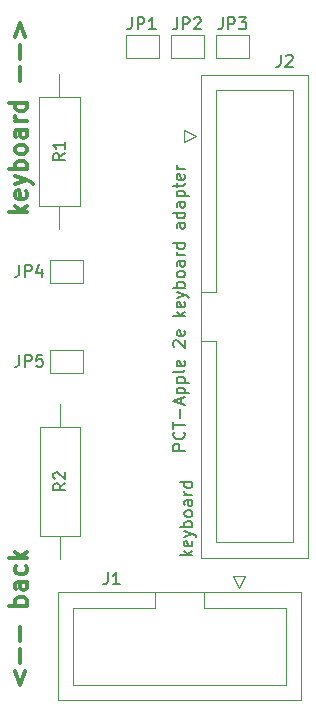
<source format=gbr>
%TF.GenerationSoftware,KiCad,Pcbnew,7.0.8*%
%TF.CreationDate,2024-12-22T17:31:23+01:00*%
%TF.ProjectId,pctransporter,70637472-616e-4737-906f-727465722e6b,rev?*%
%TF.SameCoordinates,Original*%
%TF.FileFunction,Legend,Top*%
%TF.FilePolarity,Positive*%
%FSLAX46Y46*%
G04 Gerber Fmt 4.6, Leading zero omitted, Abs format (unit mm)*
G04 Created by KiCad (PCBNEW 7.0.8) date 2024-12-22 17:31:23*
%MOMM*%
%LPD*%
G01*
G04 APERTURE LIST*
%ADD10C,0.300000*%
%ADD11C,0.150000*%
%ADD12C,0.120000*%
G04 APERTURE END LIST*
D10*
X29010828Y-41990489D02*
X27510828Y-41990489D01*
X28439400Y-41847632D02*
X29010828Y-41419060D01*
X28010828Y-41419060D02*
X28582257Y-41990489D01*
X28939400Y-40204774D02*
X29010828Y-40347631D01*
X29010828Y-40347631D02*
X29010828Y-40633346D01*
X29010828Y-40633346D02*
X28939400Y-40776203D01*
X28939400Y-40776203D02*
X28796542Y-40847631D01*
X28796542Y-40847631D02*
X28225114Y-40847631D01*
X28225114Y-40847631D02*
X28082257Y-40776203D01*
X28082257Y-40776203D02*
X28010828Y-40633346D01*
X28010828Y-40633346D02*
X28010828Y-40347631D01*
X28010828Y-40347631D02*
X28082257Y-40204774D01*
X28082257Y-40204774D02*
X28225114Y-40133346D01*
X28225114Y-40133346D02*
X28367971Y-40133346D01*
X28367971Y-40133346D02*
X28510828Y-40847631D01*
X28010828Y-39633346D02*
X29010828Y-39276203D01*
X28010828Y-38919060D02*
X29010828Y-39276203D01*
X29010828Y-39276203D02*
X29367971Y-39419060D01*
X29367971Y-39419060D02*
X29439400Y-39490489D01*
X29439400Y-39490489D02*
X29510828Y-39633346D01*
X29010828Y-38347632D02*
X27510828Y-38347632D01*
X28082257Y-38347632D02*
X28010828Y-38204775D01*
X28010828Y-38204775D02*
X28010828Y-37919060D01*
X28010828Y-37919060D02*
X28082257Y-37776203D01*
X28082257Y-37776203D02*
X28153685Y-37704775D01*
X28153685Y-37704775D02*
X28296542Y-37633346D01*
X28296542Y-37633346D02*
X28725114Y-37633346D01*
X28725114Y-37633346D02*
X28867971Y-37704775D01*
X28867971Y-37704775D02*
X28939400Y-37776203D01*
X28939400Y-37776203D02*
X29010828Y-37919060D01*
X29010828Y-37919060D02*
X29010828Y-38204775D01*
X29010828Y-38204775D02*
X28939400Y-38347632D01*
X29010828Y-36776203D02*
X28939400Y-36919060D01*
X28939400Y-36919060D02*
X28867971Y-36990489D01*
X28867971Y-36990489D02*
X28725114Y-37061917D01*
X28725114Y-37061917D02*
X28296542Y-37061917D01*
X28296542Y-37061917D02*
X28153685Y-36990489D01*
X28153685Y-36990489D02*
X28082257Y-36919060D01*
X28082257Y-36919060D02*
X28010828Y-36776203D01*
X28010828Y-36776203D02*
X28010828Y-36561917D01*
X28010828Y-36561917D02*
X28082257Y-36419060D01*
X28082257Y-36419060D02*
X28153685Y-36347632D01*
X28153685Y-36347632D02*
X28296542Y-36276203D01*
X28296542Y-36276203D02*
X28725114Y-36276203D01*
X28725114Y-36276203D02*
X28867971Y-36347632D01*
X28867971Y-36347632D02*
X28939400Y-36419060D01*
X28939400Y-36419060D02*
X29010828Y-36561917D01*
X29010828Y-36561917D02*
X29010828Y-36776203D01*
X29010828Y-34990489D02*
X28225114Y-34990489D01*
X28225114Y-34990489D02*
X28082257Y-35061917D01*
X28082257Y-35061917D02*
X28010828Y-35204774D01*
X28010828Y-35204774D02*
X28010828Y-35490489D01*
X28010828Y-35490489D02*
X28082257Y-35633346D01*
X28939400Y-34990489D02*
X29010828Y-35133346D01*
X29010828Y-35133346D02*
X29010828Y-35490489D01*
X29010828Y-35490489D02*
X28939400Y-35633346D01*
X28939400Y-35633346D02*
X28796542Y-35704774D01*
X28796542Y-35704774D02*
X28653685Y-35704774D01*
X28653685Y-35704774D02*
X28510828Y-35633346D01*
X28510828Y-35633346D02*
X28439400Y-35490489D01*
X28439400Y-35490489D02*
X28439400Y-35133346D01*
X28439400Y-35133346D02*
X28367971Y-34990489D01*
X29010828Y-34276203D02*
X28010828Y-34276203D01*
X28296542Y-34276203D02*
X28153685Y-34204774D01*
X28153685Y-34204774D02*
X28082257Y-34133346D01*
X28082257Y-34133346D02*
X28010828Y-33990488D01*
X28010828Y-33990488D02*
X28010828Y-33847631D01*
X29010828Y-32704775D02*
X27510828Y-32704775D01*
X28939400Y-32704775D02*
X29010828Y-32847632D01*
X29010828Y-32847632D02*
X29010828Y-33133346D01*
X29010828Y-33133346D02*
X28939400Y-33276203D01*
X28939400Y-33276203D02*
X28867971Y-33347632D01*
X28867971Y-33347632D02*
X28725114Y-33419060D01*
X28725114Y-33419060D02*
X28296542Y-33419060D01*
X28296542Y-33419060D02*
X28153685Y-33347632D01*
X28153685Y-33347632D02*
X28082257Y-33276203D01*
X28082257Y-33276203D02*
X28010828Y-33133346D01*
X28010828Y-33133346D02*
X28010828Y-32847632D01*
X28010828Y-32847632D02*
X28082257Y-32704775D01*
X28439400Y-30847632D02*
X28439400Y-29704775D01*
X28439400Y-28990489D02*
X28439400Y-27847632D01*
X28010828Y-27133346D02*
X28439400Y-25990489D01*
X28439400Y-25990489D02*
X28867971Y-27133346D01*
X28010828Y-80852632D02*
X28439400Y-81995489D01*
X28439400Y-81995489D02*
X28867971Y-80852632D01*
X28439400Y-80138346D02*
X28439400Y-78995489D01*
X28439400Y-78281203D02*
X28439400Y-77138346D01*
X29010828Y-75281203D02*
X27510828Y-75281203D01*
X28082257Y-75281203D02*
X28010828Y-75138346D01*
X28010828Y-75138346D02*
X28010828Y-74852631D01*
X28010828Y-74852631D02*
X28082257Y-74709774D01*
X28082257Y-74709774D02*
X28153685Y-74638346D01*
X28153685Y-74638346D02*
X28296542Y-74566917D01*
X28296542Y-74566917D02*
X28725114Y-74566917D01*
X28725114Y-74566917D02*
X28867971Y-74638346D01*
X28867971Y-74638346D02*
X28939400Y-74709774D01*
X28939400Y-74709774D02*
X29010828Y-74852631D01*
X29010828Y-74852631D02*
X29010828Y-75138346D01*
X29010828Y-75138346D02*
X28939400Y-75281203D01*
X29010828Y-73281203D02*
X28225114Y-73281203D01*
X28225114Y-73281203D02*
X28082257Y-73352631D01*
X28082257Y-73352631D02*
X28010828Y-73495488D01*
X28010828Y-73495488D02*
X28010828Y-73781203D01*
X28010828Y-73781203D02*
X28082257Y-73924060D01*
X28939400Y-73281203D02*
X29010828Y-73424060D01*
X29010828Y-73424060D02*
X29010828Y-73781203D01*
X29010828Y-73781203D02*
X28939400Y-73924060D01*
X28939400Y-73924060D02*
X28796542Y-73995488D01*
X28796542Y-73995488D02*
X28653685Y-73995488D01*
X28653685Y-73995488D02*
X28510828Y-73924060D01*
X28510828Y-73924060D02*
X28439400Y-73781203D01*
X28439400Y-73781203D02*
X28439400Y-73424060D01*
X28439400Y-73424060D02*
X28367971Y-73281203D01*
X28939400Y-71924060D02*
X29010828Y-72066917D01*
X29010828Y-72066917D02*
X29010828Y-72352631D01*
X29010828Y-72352631D02*
X28939400Y-72495488D01*
X28939400Y-72495488D02*
X28867971Y-72566917D01*
X28867971Y-72566917D02*
X28725114Y-72638345D01*
X28725114Y-72638345D02*
X28296542Y-72638345D01*
X28296542Y-72638345D02*
X28153685Y-72566917D01*
X28153685Y-72566917D02*
X28082257Y-72495488D01*
X28082257Y-72495488D02*
X28010828Y-72352631D01*
X28010828Y-72352631D02*
X28010828Y-72066917D01*
X28010828Y-72066917D02*
X28082257Y-71924060D01*
X29010828Y-71281203D02*
X27510828Y-71281203D01*
X28439400Y-71138346D02*
X29010828Y-70709774D01*
X28010828Y-70709774D02*
X28582257Y-71281203D01*
D11*
X32204819Y-36991666D02*
X31728628Y-37324999D01*
X32204819Y-37563094D02*
X31204819Y-37563094D01*
X31204819Y-37563094D02*
X31204819Y-37182142D01*
X31204819Y-37182142D02*
X31252438Y-37086904D01*
X31252438Y-37086904D02*
X31300057Y-37039285D01*
X31300057Y-37039285D02*
X31395295Y-36991666D01*
X31395295Y-36991666D02*
X31538152Y-36991666D01*
X31538152Y-36991666D02*
X31633390Y-37039285D01*
X31633390Y-37039285D02*
X31681009Y-37086904D01*
X31681009Y-37086904D02*
X31728628Y-37182142D01*
X31728628Y-37182142D02*
X31728628Y-37563094D01*
X32204819Y-36039285D02*
X32204819Y-36610713D01*
X32204819Y-36324999D02*
X31204819Y-36324999D01*
X31204819Y-36324999D02*
X31347676Y-36420237D01*
X31347676Y-36420237D02*
X31442914Y-36515475D01*
X31442914Y-36515475D02*
X31490533Y-36610713D01*
X35861666Y-72479819D02*
X35861666Y-73194104D01*
X35861666Y-73194104D02*
X35814047Y-73336961D01*
X35814047Y-73336961D02*
X35718809Y-73432200D01*
X35718809Y-73432200D02*
X35575952Y-73479819D01*
X35575952Y-73479819D02*
X35480714Y-73479819D01*
X36861666Y-73479819D02*
X36290238Y-73479819D01*
X36575952Y-73479819D02*
X36575952Y-72479819D01*
X36575952Y-72479819D02*
X36480714Y-72622676D01*
X36480714Y-72622676D02*
X36385476Y-72717914D01*
X36385476Y-72717914D02*
X36290238Y-72765533D01*
X42364819Y-62165001D02*
X41364819Y-62165001D01*
X41364819Y-62165001D02*
X41364819Y-61784049D01*
X41364819Y-61784049D02*
X41412438Y-61688811D01*
X41412438Y-61688811D02*
X41460057Y-61641192D01*
X41460057Y-61641192D02*
X41555295Y-61593573D01*
X41555295Y-61593573D02*
X41698152Y-61593573D01*
X41698152Y-61593573D02*
X41793390Y-61641192D01*
X41793390Y-61641192D02*
X41841009Y-61688811D01*
X41841009Y-61688811D02*
X41888628Y-61784049D01*
X41888628Y-61784049D02*
X41888628Y-62165001D01*
X42269580Y-60593573D02*
X42317200Y-60641192D01*
X42317200Y-60641192D02*
X42364819Y-60784049D01*
X42364819Y-60784049D02*
X42364819Y-60879287D01*
X42364819Y-60879287D02*
X42317200Y-61022144D01*
X42317200Y-61022144D02*
X42221961Y-61117382D01*
X42221961Y-61117382D02*
X42126723Y-61165001D01*
X42126723Y-61165001D02*
X41936247Y-61212620D01*
X41936247Y-61212620D02*
X41793390Y-61212620D01*
X41793390Y-61212620D02*
X41602914Y-61165001D01*
X41602914Y-61165001D02*
X41507676Y-61117382D01*
X41507676Y-61117382D02*
X41412438Y-61022144D01*
X41412438Y-61022144D02*
X41364819Y-60879287D01*
X41364819Y-60879287D02*
X41364819Y-60784049D01*
X41364819Y-60784049D02*
X41412438Y-60641192D01*
X41412438Y-60641192D02*
X41460057Y-60593573D01*
X41364819Y-60307858D02*
X41364819Y-59736430D01*
X42364819Y-60022144D02*
X41364819Y-60022144D01*
X41983866Y-59403096D02*
X41983866Y-58641192D01*
X42079104Y-58212620D02*
X42079104Y-57736430D01*
X42364819Y-58307858D02*
X41364819Y-57974525D01*
X41364819Y-57974525D02*
X42364819Y-57641192D01*
X41698152Y-57307858D02*
X42698152Y-57307858D01*
X41745771Y-57307858D02*
X41698152Y-57212620D01*
X41698152Y-57212620D02*
X41698152Y-57022144D01*
X41698152Y-57022144D02*
X41745771Y-56926906D01*
X41745771Y-56926906D02*
X41793390Y-56879287D01*
X41793390Y-56879287D02*
X41888628Y-56831668D01*
X41888628Y-56831668D02*
X42174342Y-56831668D01*
X42174342Y-56831668D02*
X42269580Y-56879287D01*
X42269580Y-56879287D02*
X42317200Y-56926906D01*
X42317200Y-56926906D02*
X42364819Y-57022144D01*
X42364819Y-57022144D02*
X42364819Y-57212620D01*
X42364819Y-57212620D02*
X42317200Y-57307858D01*
X41698152Y-56403096D02*
X42698152Y-56403096D01*
X41745771Y-56403096D02*
X41698152Y-56307858D01*
X41698152Y-56307858D02*
X41698152Y-56117382D01*
X41698152Y-56117382D02*
X41745771Y-56022144D01*
X41745771Y-56022144D02*
X41793390Y-55974525D01*
X41793390Y-55974525D02*
X41888628Y-55926906D01*
X41888628Y-55926906D02*
X42174342Y-55926906D01*
X42174342Y-55926906D02*
X42269580Y-55974525D01*
X42269580Y-55974525D02*
X42317200Y-56022144D01*
X42317200Y-56022144D02*
X42364819Y-56117382D01*
X42364819Y-56117382D02*
X42364819Y-56307858D01*
X42364819Y-56307858D02*
X42317200Y-56403096D01*
X42364819Y-55355477D02*
X42317200Y-55450715D01*
X42317200Y-55450715D02*
X42221961Y-55498334D01*
X42221961Y-55498334D02*
X41364819Y-55498334D01*
X42317200Y-54593572D02*
X42364819Y-54688810D01*
X42364819Y-54688810D02*
X42364819Y-54879286D01*
X42364819Y-54879286D02*
X42317200Y-54974524D01*
X42317200Y-54974524D02*
X42221961Y-55022143D01*
X42221961Y-55022143D02*
X41841009Y-55022143D01*
X41841009Y-55022143D02*
X41745771Y-54974524D01*
X41745771Y-54974524D02*
X41698152Y-54879286D01*
X41698152Y-54879286D02*
X41698152Y-54688810D01*
X41698152Y-54688810D02*
X41745771Y-54593572D01*
X41745771Y-54593572D02*
X41841009Y-54545953D01*
X41841009Y-54545953D02*
X41936247Y-54545953D01*
X41936247Y-54545953D02*
X42031485Y-55022143D01*
X41460057Y-53403095D02*
X41412438Y-53355476D01*
X41412438Y-53355476D02*
X41364819Y-53260238D01*
X41364819Y-53260238D02*
X41364819Y-53022143D01*
X41364819Y-53022143D02*
X41412438Y-52926905D01*
X41412438Y-52926905D02*
X41460057Y-52879286D01*
X41460057Y-52879286D02*
X41555295Y-52831667D01*
X41555295Y-52831667D02*
X41650533Y-52831667D01*
X41650533Y-52831667D02*
X41793390Y-52879286D01*
X41793390Y-52879286D02*
X42364819Y-53450714D01*
X42364819Y-53450714D02*
X42364819Y-52831667D01*
X42317200Y-52022143D02*
X42364819Y-52117381D01*
X42364819Y-52117381D02*
X42364819Y-52307857D01*
X42364819Y-52307857D02*
X42317200Y-52403095D01*
X42317200Y-52403095D02*
X42221961Y-52450714D01*
X42221961Y-52450714D02*
X41841009Y-52450714D01*
X41841009Y-52450714D02*
X41745771Y-52403095D01*
X41745771Y-52403095D02*
X41698152Y-52307857D01*
X41698152Y-52307857D02*
X41698152Y-52117381D01*
X41698152Y-52117381D02*
X41745771Y-52022143D01*
X41745771Y-52022143D02*
X41841009Y-51974524D01*
X41841009Y-51974524D02*
X41936247Y-51974524D01*
X41936247Y-51974524D02*
X42031485Y-52450714D01*
X42364819Y-50784047D02*
X41364819Y-50784047D01*
X41983866Y-50688809D02*
X42364819Y-50403095D01*
X41698152Y-50403095D02*
X42079104Y-50784047D01*
X42317200Y-49593571D02*
X42364819Y-49688809D01*
X42364819Y-49688809D02*
X42364819Y-49879285D01*
X42364819Y-49879285D02*
X42317200Y-49974523D01*
X42317200Y-49974523D02*
X42221961Y-50022142D01*
X42221961Y-50022142D02*
X41841009Y-50022142D01*
X41841009Y-50022142D02*
X41745771Y-49974523D01*
X41745771Y-49974523D02*
X41698152Y-49879285D01*
X41698152Y-49879285D02*
X41698152Y-49688809D01*
X41698152Y-49688809D02*
X41745771Y-49593571D01*
X41745771Y-49593571D02*
X41841009Y-49545952D01*
X41841009Y-49545952D02*
X41936247Y-49545952D01*
X41936247Y-49545952D02*
X42031485Y-50022142D01*
X41698152Y-49212618D02*
X42364819Y-48974523D01*
X41698152Y-48736428D02*
X42364819Y-48974523D01*
X42364819Y-48974523D02*
X42602914Y-49069761D01*
X42602914Y-49069761D02*
X42650533Y-49117380D01*
X42650533Y-49117380D02*
X42698152Y-49212618D01*
X42364819Y-48355475D02*
X41364819Y-48355475D01*
X41745771Y-48355475D02*
X41698152Y-48260237D01*
X41698152Y-48260237D02*
X41698152Y-48069761D01*
X41698152Y-48069761D02*
X41745771Y-47974523D01*
X41745771Y-47974523D02*
X41793390Y-47926904D01*
X41793390Y-47926904D02*
X41888628Y-47879285D01*
X41888628Y-47879285D02*
X42174342Y-47879285D01*
X42174342Y-47879285D02*
X42269580Y-47926904D01*
X42269580Y-47926904D02*
X42317200Y-47974523D01*
X42317200Y-47974523D02*
X42364819Y-48069761D01*
X42364819Y-48069761D02*
X42364819Y-48260237D01*
X42364819Y-48260237D02*
X42317200Y-48355475D01*
X42364819Y-47307856D02*
X42317200Y-47403094D01*
X42317200Y-47403094D02*
X42269580Y-47450713D01*
X42269580Y-47450713D02*
X42174342Y-47498332D01*
X42174342Y-47498332D02*
X41888628Y-47498332D01*
X41888628Y-47498332D02*
X41793390Y-47450713D01*
X41793390Y-47450713D02*
X41745771Y-47403094D01*
X41745771Y-47403094D02*
X41698152Y-47307856D01*
X41698152Y-47307856D02*
X41698152Y-47164999D01*
X41698152Y-47164999D02*
X41745771Y-47069761D01*
X41745771Y-47069761D02*
X41793390Y-47022142D01*
X41793390Y-47022142D02*
X41888628Y-46974523D01*
X41888628Y-46974523D02*
X42174342Y-46974523D01*
X42174342Y-46974523D02*
X42269580Y-47022142D01*
X42269580Y-47022142D02*
X42317200Y-47069761D01*
X42317200Y-47069761D02*
X42364819Y-47164999D01*
X42364819Y-47164999D02*
X42364819Y-47307856D01*
X42364819Y-46117380D02*
X41841009Y-46117380D01*
X41841009Y-46117380D02*
X41745771Y-46164999D01*
X41745771Y-46164999D02*
X41698152Y-46260237D01*
X41698152Y-46260237D02*
X41698152Y-46450713D01*
X41698152Y-46450713D02*
X41745771Y-46545951D01*
X42317200Y-46117380D02*
X42364819Y-46212618D01*
X42364819Y-46212618D02*
X42364819Y-46450713D01*
X42364819Y-46450713D02*
X42317200Y-46545951D01*
X42317200Y-46545951D02*
X42221961Y-46593570D01*
X42221961Y-46593570D02*
X42126723Y-46593570D01*
X42126723Y-46593570D02*
X42031485Y-46545951D01*
X42031485Y-46545951D02*
X41983866Y-46450713D01*
X41983866Y-46450713D02*
X41983866Y-46212618D01*
X41983866Y-46212618D02*
X41936247Y-46117380D01*
X42364819Y-45641189D02*
X41698152Y-45641189D01*
X41888628Y-45641189D02*
X41793390Y-45593570D01*
X41793390Y-45593570D02*
X41745771Y-45545951D01*
X41745771Y-45545951D02*
X41698152Y-45450713D01*
X41698152Y-45450713D02*
X41698152Y-45355475D01*
X42364819Y-44593570D02*
X41364819Y-44593570D01*
X42317200Y-44593570D02*
X42364819Y-44688808D01*
X42364819Y-44688808D02*
X42364819Y-44879284D01*
X42364819Y-44879284D02*
X42317200Y-44974522D01*
X42317200Y-44974522D02*
X42269580Y-45022141D01*
X42269580Y-45022141D02*
X42174342Y-45069760D01*
X42174342Y-45069760D02*
X41888628Y-45069760D01*
X41888628Y-45069760D02*
X41793390Y-45022141D01*
X41793390Y-45022141D02*
X41745771Y-44974522D01*
X41745771Y-44974522D02*
X41698152Y-44879284D01*
X41698152Y-44879284D02*
X41698152Y-44688808D01*
X41698152Y-44688808D02*
X41745771Y-44593570D01*
X42364819Y-42926903D02*
X41841009Y-42926903D01*
X41841009Y-42926903D02*
X41745771Y-42974522D01*
X41745771Y-42974522D02*
X41698152Y-43069760D01*
X41698152Y-43069760D02*
X41698152Y-43260236D01*
X41698152Y-43260236D02*
X41745771Y-43355474D01*
X42317200Y-42926903D02*
X42364819Y-43022141D01*
X42364819Y-43022141D02*
X42364819Y-43260236D01*
X42364819Y-43260236D02*
X42317200Y-43355474D01*
X42317200Y-43355474D02*
X42221961Y-43403093D01*
X42221961Y-43403093D02*
X42126723Y-43403093D01*
X42126723Y-43403093D02*
X42031485Y-43355474D01*
X42031485Y-43355474D02*
X41983866Y-43260236D01*
X41983866Y-43260236D02*
X41983866Y-43022141D01*
X41983866Y-43022141D02*
X41936247Y-42926903D01*
X42364819Y-42022141D02*
X41364819Y-42022141D01*
X42317200Y-42022141D02*
X42364819Y-42117379D01*
X42364819Y-42117379D02*
X42364819Y-42307855D01*
X42364819Y-42307855D02*
X42317200Y-42403093D01*
X42317200Y-42403093D02*
X42269580Y-42450712D01*
X42269580Y-42450712D02*
X42174342Y-42498331D01*
X42174342Y-42498331D02*
X41888628Y-42498331D01*
X41888628Y-42498331D02*
X41793390Y-42450712D01*
X41793390Y-42450712D02*
X41745771Y-42403093D01*
X41745771Y-42403093D02*
X41698152Y-42307855D01*
X41698152Y-42307855D02*
X41698152Y-42117379D01*
X41698152Y-42117379D02*
X41745771Y-42022141D01*
X42364819Y-41117379D02*
X41841009Y-41117379D01*
X41841009Y-41117379D02*
X41745771Y-41164998D01*
X41745771Y-41164998D02*
X41698152Y-41260236D01*
X41698152Y-41260236D02*
X41698152Y-41450712D01*
X41698152Y-41450712D02*
X41745771Y-41545950D01*
X42317200Y-41117379D02*
X42364819Y-41212617D01*
X42364819Y-41212617D02*
X42364819Y-41450712D01*
X42364819Y-41450712D02*
X42317200Y-41545950D01*
X42317200Y-41545950D02*
X42221961Y-41593569D01*
X42221961Y-41593569D02*
X42126723Y-41593569D01*
X42126723Y-41593569D02*
X42031485Y-41545950D01*
X42031485Y-41545950D02*
X41983866Y-41450712D01*
X41983866Y-41450712D02*
X41983866Y-41212617D01*
X41983866Y-41212617D02*
X41936247Y-41117379D01*
X41698152Y-40641188D02*
X42698152Y-40641188D01*
X41745771Y-40641188D02*
X41698152Y-40545950D01*
X41698152Y-40545950D02*
X41698152Y-40355474D01*
X41698152Y-40355474D02*
X41745771Y-40260236D01*
X41745771Y-40260236D02*
X41793390Y-40212617D01*
X41793390Y-40212617D02*
X41888628Y-40164998D01*
X41888628Y-40164998D02*
X42174342Y-40164998D01*
X42174342Y-40164998D02*
X42269580Y-40212617D01*
X42269580Y-40212617D02*
X42317200Y-40260236D01*
X42317200Y-40260236D02*
X42364819Y-40355474D01*
X42364819Y-40355474D02*
X42364819Y-40545950D01*
X42364819Y-40545950D02*
X42317200Y-40641188D01*
X41698152Y-39879283D02*
X41698152Y-39498331D01*
X41364819Y-39736426D02*
X42221961Y-39736426D01*
X42221961Y-39736426D02*
X42317200Y-39688807D01*
X42317200Y-39688807D02*
X42364819Y-39593569D01*
X42364819Y-39593569D02*
X42364819Y-39498331D01*
X42317200Y-38784045D02*
X42364819Y-38879283D01*
X42364819Y-38879283D02*
X42364819Y-39069759D01*
X42364819Y-39069759D02*
X42317200Y-39164997D01*
X42317200Y-39164997D02*
X42221961Y-39212616D01*
X42221961Y-39212616D02*
X41841009Y-39212616D01*
X41841009Y-39212616D02*
X41745771Y-39164997D01*
X41745771Y-39164997D02*
X41698152Y-39069759D01*
X41698152Y-39069759D02*
X41698152Y-38879283D01*
X41698152Y-38879283D02*
X41745771Y-38784045D01*
X41745771Y-38784045D02*
X41841009Y-38736426D01*
X41841009Y-38736426D02*
X41936247Y-38736426D01*
X41936247Y-38736426D02*
X42031485Y-39212616D01*
X42364819Y-38307854D02*
X41698152Y-38307854D01*
X41888628Y-38307854D02*
X41793390Y-38260235D01*
X41793390Y-38260235D02*
X41745771Y-38212616D01*
X41745771Y-38212616D02*
X41698152Y-38117378D01*
X41698152Y-38117378D02*
X41698152Y-38022140D01*
X32244819Y-64931666D02*
X31768628Y-65264999D01*
X32244819Y-65503094D02*
X31244819Y-65503094D01*
X31244819Y-65503094D02*
X31244819Y-65122142D01*
X31244819Y-65122142D02*
X31292438Y-65026904D01*
X31292438Y-65026904D02*
X31340057Y-64979285D01*
X31340057Y-64979285D02*
X31435295Y-64931666D01*
X31435295Y-64931666D02*
X31578152Y-64931666D01*
X31578152Y-64931666D02*
X31673390Y-64979285D01*
X31673390Y-64979285D02*
X31721009Y-65026904D01*
X31721009Y-65026904D02*
X31768628Y-65122142D01*
X31768628Y-65122142D02*
X31768628Y-65503094D01*
X31340057Y-64550713D02*
X31292438Y-64503094D01*
X31292438Y-64503094D02*
X31244819Y-64407856D01*
X31244819Y-64407856D02*
X31244819Y-64169761D01*
X31244819Y-64169761D02*
X31292438Y-64074523D01*
X31292438Y-64074523D02*
X31340057Y-64026904D01*
X31340057Y-64026904D02*
X31435295Y-63979285D01*
X31435295Y-63979285D02*
X31530533Y-63979285D01*
X31530533Y-63979285D02*
X31673390Y-64026904D01*
X31673390Y-64026904D02*
X32244819Y-64598332D01*
X32244819Y-64598332D02*
X32244819Y-63979285D01*
X28346666Y-54059819D02*
X28346666Y-54774104D01*
X28346666Y-54774104D02*
X28299047Y-54916961D01*
X28299047Y-54916961D02*
X28203809Y-55012200D01*
X28203809Y-55012200D02*
X28060952Y-55059819D01*
X28060952Y-55059819D02*
X27965714Y-55059819D01*
X28822857Y-55059819D02*
X28822857Y-54059819D01*
X28822857Y-54059819D02*
X29203809Y-54059819D01*
X29203809Y-54059819D02*
X29299047Y-54107438D01*
X29299047Y-54107438D02*
X29346666Y-54155057D01*
X29346666Y-54155057D02*
X29394285Y-54250295D01*
X29394285Y-54250295D02*
X29394285Y-54393152D01*
X29394285Y-54393152D02*
X29346666Y-54488390D01*
X29346666Y-54488390D02*
X29299047Y-54536009D01*
X29299047Y-54536009D02*
X29203809Y-54583628D01*
X29203809Y-54583628D02*
X28822857Y-54583628D01*
X30299047Y-54059819D02*
X29822857Y-54059819D01*
X29822857Y-54059819D02*
X29775238Y-54536009D01*
X29775238Y-54536009D02*
X29822857Y-54488390D01*
X29822857Y-54488390D02*
X29918095Y-54440771D01*
X29918095Y-54440771D02*
X30156190Y-54440771D01*
X30156190Y-54440771D02*
X30251428Y-54488390D01*
X30251428Y-54488390D02*
X30299047Y-54536009D01*
X30299047Y-54536009D02*
X30346666Y-54631247D01*
X30346666Y-54631247D02*
X30346666Y-54869342D01*
X30346666Y-54869342D02*
X30299047Y-54964580D01*
X30299047Y-54964580D02*
X30251428Y-55012200D01*
X30251428Y-55012200D02*
X30156190Y-55059819D01*
X30156190Y-55059819D02*
X29918095Y-55059819D01*
X29918095Y-55059819D02*
X29822857Y-55012200D01*
X29822857Y-55012200D02*
X29775238Y-54964580D01*
X28346666Y-46439819D02*
X28346666Y-47154104D01*
X28346666Y-47154104D02*
X28299047Y-47296961D01*
X28299047Y-47296961D02*
X28203809Y-47392200D01*
X28203809Y-47392200D02*
X28060952Y-47439819D01*
X28060952Y-47439819D02*
X27965714Y-47439819D01*
X28822857Y-47439819D02*
X28822857Y-46439819D01*
X28822857Y-46439819D02*
X29203809Y-46439819D01*
X29203809Y-46439819D02*
X29299047Y-46487438D01*
X29299047Y-46487438D02*
X29346666Y-46535057D01*
X29346666Y-46535057D02*
X29394285Y-46630295D01*
X29394285Y-46630295D02*
X29394285Y-46773152D01*
X29394285Y-46773152D02*
X29346666Y-46868390D01*
X29346666Y-46868390D02*
X29299047Y-46916009D01*
X29299047Y-46916009D02*
X29203809Y-46963628D01*
X29203809Y-46963628D02*
X28822857Y-46963628D01*
X30251428Y-46773152D02*
X30251428Y-47439819D01*
X30013333Y-46392200D02*
X29775238Y-47106485D01*
X29775238Y-47106485D02*
X30394285Y-47106485D01*
X37891666Y-25484819D02*
X37891666Y-26199104D01*
X37891666Y-26199104D02*
X37844047Y-26341961D01*
X37844047Y-26341961D02*
X37748809Y-26437200D01*
X37748809Y-26437200D02*
X37605952Y-26484819D01*
X37605952Y-26484819D02*
X37510714Y-26484819D01*
X38367857Y-26484819D02*
X38367857Y-25484819D01*
X38367857Y-25484819D02*
X38748809Y-25484819D01*
X38748809Y-25484819D02*
X38844047Y-25532438D01*
X38844047Y-25532438D02*
X38891666Y-25580057D01*
X38891666Y-25580057D02*
X38939285Y-25675295D01*
X38939285Y-25675295D02*
X38939285Y-25818152D01*
X38939285Y-25818152D02*
X38891666Y-25913390D01*
X38891666Y-25913390D02*
X38844047Y-25961009D01*
X38844047Y-25961009D02*
X38748809Y-26008628D01*
X38748809Y-26008628D02*
X38367857Y-26008628D01*
X39891666Y-26484819D02*
X39320238Y-26484819D01*
X39605952Y-26484819D02*
X39605952Y-25484819D01*
X39605952Y-25484819D02*
X39510714Y-25627676D01*
X39510714Y-25627676D02*
X39415476Y-25722914D01*
X39415476Y-25722914D02*
X39320238Y-25770533D01*
X45561666Y-25484819D02*
X45561666Y-26199104D01*
X45561666Y-26199104D02*
X45514047Y-26341961D01*
X45514047Y-26341961D02*
X45418809Y-26437200D01*
X45418809Y-26437200D02*
X45275952Y-26484819D01*
X45275952Y-26484819D02*
X45180714Y-26484819D01*
X46037857Y-26484819D02*
X46037857Y-25484819D01*
X46037857Y-25484819D02*
X46418809Y-25484819D01*
X46418809Y-25484819D02*
X46514047Y-25532438D01*
X46514047Y-25532438D02*
X46561666Y-25580057D01*
X46561666Y-25580057D02*
X46609285Y-25675295D01*
X46609285Y-25675295D02*
X46609285Y-25818152D01*
X46609285Y-25818152D02*
X46561666Y-25913390D01*
X46561666Y-25913390D02*
X46514047Y-25961009D01*
X46514047Y-25961009D02*
X46418809Y-26008628D01*
X46418809Y-26008628D02*
X46037857Y-26008628D01*
X46942619Y-25484819D02*
X47561666Y-25484819D01*
X47561666Y-25484819D02*
X47228333Y-25865771D01*
X47228333Y-25865771D02*
X47371190Y-25865771D01*
X47371190Y-25865771D02*
X47466428Y-25913390D01*
X47466428Y-25913390D02*
X47514047Y-25961009D01*
X47514047Y-25961009D02*
X47561666Y-26056247D01*
X47561666Y-26056247D02*
X47561666Y-26294342D01*
X47561666Y-26294342D02*
X47514047Y-26389580D01*
X47514047Y-26389580D02*
X47466428Y-26437200D01*
X47466428Y-26437200D02*
X47371190Y-26484819D01*
X47371190Y-26484819D02*
X47085476Y-26484819D01*
X47085476Y-26484819D02*
X46990238Y-26437200D01*
X46990238Y-26437200D02*
X46942619Y-26389580D01*
X41726666Y-25484819D02*
X41726666Y-26199104D01*
X41726666Y-26199104D02*
X41679047Y-26341961D01*
X41679047Y-26341961D02*
X41583809Y-26437200D01*
X41583809Y-26437200D02*
X41440952Y-26484819D01*
X41440952Y-26484819D02*
X41345714Y-26484819D01*
X42202857Y-26484819D02*
X42202857Y-25484819D01*
X42202857Y-25484819D02*
X42583809Y-25484819D01*
X42583809Y-25484819D02*
X42679047Y-25532438D01*
X42679047Y-25532438D02*
X42726666Y-25580057D01*
X42726666Y-25580057D02*
X42774285Y-25675295D01*
X42774285Y-25675295D02*
X42774285Y-25818152D01*
X42774285Y-25818152D02*
X42726666Y-25913390D01*
X42726666Y-25913390D02*
X42679047Y-25961009D01*
X42679047Y-25961009D02*
X42583809Y-26008628D01*
X42583809Y-26008628D02*
X42202857Y-26008628D01*
X43155238Y-25580057D02*
X43202857Y-25532438D01*
X43202857Y-25532438D02*
X43298095Y-25484819D01*
X43298095Y-25484819D02*
X43536190Y-25484819D01*
X43536190Y-25484819D02*
X43631428Y-25532438D01*
X43631428Y-25532438D02*
X43679047Y-25580057D01*
X43679047Y-25580057D02*
X43726666Y-25675295D01*
X43726666Y-25675295D02*
X43726666Y-25770533D01*
X43726666Y-25770533D02*
X43679047Y-25913390D01*
X43679047Y-25913390D02*
X43107619Y-26484819D01*
X43107619Y-26484819D02*
X43726666Y-26484819D01*
X50506666Y-28659819D02*
X50506666Y-29374104D01*
X50506666Y-29374104D02*
X50459047Y-29516961D01*
X50459047Y-29516961D02*
X50363809Y-29612200D01*
X50363809Y-29612200D02*
X50220952Y-29659819D01*
X50220952Y-29659819D02*
X50125714Y-29659819D01*
X50935238Y-28755057D02*
X50982857Y-28707438D01*
X50982857Y-28707438D02*
X51078095Y-28659819D01*
X51078095Y-28659819D02*
X51316190Y-28659819D01*
X51316190Y-28659819D02*
X51411428Y-28707438D01*
X51411428Y-28707438D02*
X51459047Y-28755057D01*
X51459047Y-28755057D02*
X51506666Y-28850295D01*
X51506666Y-28850295D02*
X51506666Y-28945533D01*
X51506666Y-28945533D02*
X51459047Y-29088390D01*
X51459047Y-29088390D02*
X50887619Y-29659819D01*
X50887619Y-29659819D02*
X51506666Y-29659819D01*
X42999819Y-71040238D02*
X41999819Y-71040238D01*
X42618866Y-70945000D02*
X42999819Y-70659286D01*
X42333152Y-70659286D02*
X42714104Y-71040238D01*
X42952200Y-69849762D02*
X42999819Y-69945000D01*
X42999819Y-69945000D02*
X42999819Y-70135476D01*
X42999819Y-70135476D02*
X42952200Y-70230714D01*
X42952200Y-70230714D02*
X42856961Y-70278333D01*
X42856961Y-70278333D02*
X42476009Y-70278333D01*
X42476009Y-70278333D02*
X42380771Y-70230714D01*
X42380771Y-70230714D02*
X42333152Y-70135476D01*
X42333152Y-70135476D02*
X42333152Y-69945000D01*
X42333152Y-69945000D02*
X42380771Y-69849762D01*
X42380771Y-69849762D02*
X42476009Y-69802143D01*
X42476009Y-69802143D02*
X42571247Y-69802143D01*
X42571247Y-69802143D02*
X42666485Y-70278333D01*
X42333152Y-69468809D02*
X42999819Y-69230714D01*
X42333152Y-68992619D02*
X42999819Y-69230714D01*
X42999819Y-69230714D02*
X43237914Y-69325952D01*
X43237914Y-69325952D02*
X43285533Y-69373571D01*
X43285533Y-69373571D02*
X43333152Y-69468809D01*
X42999819Y-68611666D02*
X41999819Y-68611666D01*
X42380771Y-68611666D02*
X42333152Y-68516428D01*
X42333152Y-68516428D02*
X42333152Y-68325952D01*
X42333152Y-68325952D02*
X42380771Y-68230714D01*
X42380771Y-68230714D02*
X42428390Y-68183095D01*
X42428390Y-68183095D02*
X42523628Y-68135476D01*
X42523628Y-68135476D02*
X42809342Y-68135476D01*
X42809342Y-68135476D02*
X42904580Y-68183095D01*
X42904580Y-68183095D02*
X42952200Y-68230714D01*
X42952200Y-68230714D02*
X42999819Y-68325952D01*
X42999819Y-68325952D02*
X42999819Y-68516428D01*
X42999819Y-68516428D02*
X42952200Y-68611666D01*
X42999819Y-67564047D02*
X42952200Y-67659285D01*
X42952200Y-67659285D02*
X42904580Y-67706904D01*
X42904580Y-67706904D02*
X42809342Y-67754523D01*
X42809342Y-67754523D02*
X42523628Y-67754523D01*
X42523628Y-67754523D02*
X42428390Y-67706904D01*
X42428390Y-67706904D02*
X42380771Y-67659285D01*
X42380771Y-67659285D02*
X42333152Y-67564047D01*
X42333152Y-67564047D02*
X42333152Y-67421190D01*
X42333152Y-67421190D02*
X42380771Y-67325952D01*
X42380771Y-67325952D02*
X42428390Y-67278333D01*
X42428390Y-67278333D02*
X42523628Y-67230714D01*
X42523628Y-67230714D02*
X42809342Y-67230714D01*
X42809342Y-67230714D02*
X42904580Y-67278333D01*
X42904580Y-67278333D02*
X42952200Y-67325952D01*
X42952200Y-67325952D02*
X42999819Y-67421190D01*
X42999819Y-67421190D02*
X42999819Y-67564047D01*
X42999819Y-66373571D02*
X42476009Y-66373571D01*
X42476009Y-66373571D02*
X42380771Y-66421190D01*
X42380771Y-66421190D02*
X42333152Y-66516428D01*
X42333152Y-66516428D02*
X42333152Y-66706904D01*
X42333152Y-66706904D02*
X42380771Y-66802142D01*
X42952200Y-66373571D02*
X42999819Y-66468809D01*
X42999819Y-66468809D02*
X42999819Y-66706904D01*
X42999819Y-66706904D02*
X42952200Y-66802142D01*
X42952200Y-66802142D02*
X42856961Y-66849761D01*
X42856961Y-66849761D02*
X42761723Y-66849761D01*
X42761723Y-66849761D02*
X42666485Y-66802142D01*
X42666485Y-66802142D02*
X42618866Y-66706904D01*
X42618866Y-66706904D02*
X42618866Y-66468809D01*
X42618866Y-66468809D02*
X42571247Y-66373571D01*
X42999819Y-65897380D02*
X42333152Y-65897380D01*
X42523628Y-65897380D02*
X42428390Y-65849761D01*
X42428390Y-65849761D02*
X42380771Y-65802142D01*
X42380771Y-65802142D02*
X42333152Y-65706904D01*
X42333152Y-65706904D02*
X42333152Y-65611666D01*
X42999819Y-64849761D02*
X41999819Y-64849761D01*
X42952200Y-64849761D02*
X42999819Y-64944999D01*
X42999819Y-64944999D02*
X42999819Y-65135475D01*
X42999819Y-65135475D02*
X42952200Y-65230713D01*
X42952200Y-65230713D02*
X42904580Y-65278332D01*
X42904580Y-65278332D02*
X42809342Y-65325951D01*
X42809342Y-65325951D02*
X42523628Y-65325951D01*
X42523628Y-65325951D02*
X42428390Y-65278332D01*
X42428390Y-65278332D02*
X42380771Y-65230713D01*
X42380771Y-65230713D02*
X42333152Y-65135475D01*
X42333152Y-65135475D02*
X42333152Y-64944999D01*
X42333152Y-64944999D02*
X42380771Y-64849761D01*
D12*
%TO.C,R1*%
X33470000Y-41445000D02*
X33470000Y-32205000D01*
X30030000Y-41445000D02*
X33470000Y-41445000D01*
X30030000Y-32205000D02*
X30030000Y-41445000D01*
X31750000Y-43405000D02*
X31750000Y-41445000D01*
X33470000Y-32205000D02*
X30030000Y-32205000D01*
X31750000Y-30245000D02*
X31750000Y-32205000D01*
%TO.C,J1*%
X52200000Y-74175000D02*
X52200000Y-83295000D01*
X52200000Y-83295000D02*
X31620000Y-83295000D01*
X46490000Y-72785000D02*
X46990000Y-73785000D01*
X32920000Y-75485000D02*
X39860000Y-75485000D01*
X43960000Y-75485000D02*
X50900000Y-75485000D01*
X31620000Y-83295000D02*
X31620000Y-74175000D01*
X46990000Y-73785000D02*
X47490000Y-72785000D01*
X39860000Y-75485000D02*
X39860000Y-74175000D01*
X50900000Y-75485000D02*
X50900000Y-81985000D01*
X39860000Y-75485000D02*
X39860000Y-75485000D01*
X32920000Y-81985000D02*
X32920000Y-75485000D01*
X47490000Y-72785000D02*
X46490000Y-72785000D01*
X50900000Y-81985000D02*
X32920000Y-81985000D01*
X43960000Y-74175000D02*
X43960000Y-75485000D01*
X31620000Y-74175000D02*
X52200000Y-74175000D01*
%TO.C,R2*%
X30070000Y-60145000D02*
X30070000Y-69385000D01*
X33510000Y-60145000D02*
X30070000Y-60145000D01*
X33510000Y-69385000D02*
X33510000Y-60145000D01*
X31790000Y-58185000D02*
X31790000Y-60145000D01*
X30070000Y-69385000D02*
X33510000Y-69385000D01*
X31790000Y-71345000D02*
X31790000Y-69385000D01*
%TO.C,JP5*%
X33770000Y-53605000D02*
X33770000Y-55605000D01*
X30970000Y-55605000D02*
X30970000Y-53605000D01*
X33770000Y-55605000D02*
X30970000Y-55605000D01*
X30970000Y-53605000D02*
X33770000Y-53605000D01*
%TO.C,JP4*%
X33770000Y-45985000D02*
X33770000Y-47985000D01*
X30970000Y-47985000D02*
X30970000Y-45985000D01*
X33770000Y-47985000D02*
X30970000Y-47985000D01*
X30970000Y-45985000D02*
X33770000Y-45985000D01*
%TO.C,JP1*%
X37350000Y-28935000D02*
X37350000Y-26935000D01*
X40150000Y-28935000D02*
X37350000Y-28935000D01*
X40150000Y-26935000D02*
X40150000Y-28935000D01*
X37350000Y-26935000D02*
X40150000Y-26935000D01*
%TO.C,JP3*%
X47800000Y-26935000D02*
X47800000Y-28935000D01*
X45000000Y-26935000D02*
X47800000Y-26935000D01*
X45000000Y-28935000D02*
X45000000Y-26935000D01*
X47800000Y-28935000D02*
X45000000Y-28935000D01*
%TO.C,JP2*%
X43960000Y-26935000D02*
X43960000Y-28935000D01*
X41160000Y-26935000D02*
X43960000Y-26935000D01*
X41160000Y-28935000D02*
X41160000Y-26935000D01*
X43960000Y-28935000D02*
X41160000Y-28935000D01*
%TO.C,J2*%
X43700000Y-48745000D02*
X45010000Y-48745000D01*
X51510000Y-31645000D02*
X51510000Y-69945000D01*
X45010000Y-48745000D02*
X45010000Y-31645000D01*
X45010000Y-52845000D02*
X45010000Y-52845000D01*
X45010000Y-69945000D02*
X45010000Y-52845000D01*
X43700000Y-30345000D02*
X52820000Y-30345000D01*
X42310000Y-36055000D02*
X43310000Y-35555000D01*
X45010000Y-52845000D02*
X43700000Y-52845000D01*
X43700000Y-71245000D02*
X43700000Y-30345000D01*
X51510000Y-69945000D02*
X45010000Y-69945000D01*
X43310000Y-35555000D02*
X42310000Y-35055000D01*
X52820000Y-30345000D02*
X52820000Y-71245000D01*
X52820000Y-71245000D02*
X43700000Y-71245000D01*
X45010000Y-31645000D02*
X51510000Y-31645000D01*
X42310000Y-35055000D02*
X42310000Y-36055000D01*
%TD*%
M02*

</source>
